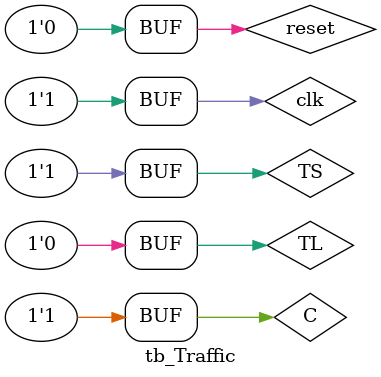
<source format=v>
module		Traffic (HG, HY, HR, FG, FY, FR, ST, reset, clk, C, TS, TL);

output		HG, HY, HR;
output		FG, FY, FR;
output		ST;
input		reset, clk;
input		C;
input		TS, TL;

reg		ST;
reg		HG, HY, HR;
reg		FG, FY, FR;
reg	[1:0]	state_reg;
reg	[1:0]	state_next;

parameter	s0 = 2'b00, s1 = 2'b01, s2 = 2'b10, s3 = 2'b11;


always@(posedge clk)
    begin
	if(reset)
		state_reg <= s0;
	else
		state_reg <= state_next;
    end

always@*
    begin
	state_next = state_reg;
	ST = 0;
	case(state_reg)
	    s0: //HG
		if(TL&C)
		    begin
			state_next = s1;
			ST = 1;
		    end
	    s1: //HY
		if(TS)
		    begin
			state_next = s2;
			ST = 1;
		    end
	    s2: //FG
		if(TL|(!C))
		    begin
			state_next = s3;
			ST = 1;
		    end
	    s3: //FY
		if(TS)
		    begin
			state_next = s0;
			ST = 1;
		    end
	    default:
		begin
			state_next = state_reg;
			ST = 0;
		end
	endcase
    end

always@*
    begin
	HG = 0; HY = 0; HR = 0;
	FG = 0; FY = 0; FR = 0;
	case(state_reg)
	    s0: //HG
		begin
			HG = 1; HY = 0; HR = 0;
			FG = 0; FY = 0; FR = 1;
		end
	    s1: //HY
		begin
			HG = 0; HY = 1; HR = 0;
			FG = 0; FY = 0; FR = 1;
		end
	    s2: //FG
		begin
			HG = 0; HY = 0; HR = 1;
			FG = 1; FY = 0; FR = 0;
		end
	    s3: //FY
		begin
			HG = 0; HY = 0; HR = 1;
			FG = 0; FY = 1; FR = 0;
		end
	    default:
		begin
			HG = 0; HY = 0; HR = 0;
			FG = 0; FY = 0; FR = 0;
		end
	endcase
    end

endmodule


module tb_Traffic;

reg		reset, clk;
reg		C;
reg		TS, TL;
wire		HG, HY, HR;
wire		FG, FY, FR;
wire		ST;




Traffic		UUT (HG, HY, HR, FG, FY, FR, ST, reset, clk, C, TS, TL);

always  // Clock generation
    begin
        #0	clk = 0;
        #10	clk = 1;
        #10	;
    end

initial
    begin
	// initialize
	#0  reset = 1; C = 0; TS = 0; TL = 0; // HG

	#20 reset = 0; C = 1; TS = 1; TL = 0;
	#20 reset = 0; C = 1; TS = 0; TL = 1; // HY

	#20 reset = 0; C = 1; TS = 1; TL = 0; // FG

	#20 reset = 0; C = 1; TS = 1; TL = 0;
	#20 reset = 0; C = 1; TS = 0; TL = 1; // FY

	#20 reset = 0; C = 1; TS = 1; TL = 0; // HG
    end

endmodule

</source>
